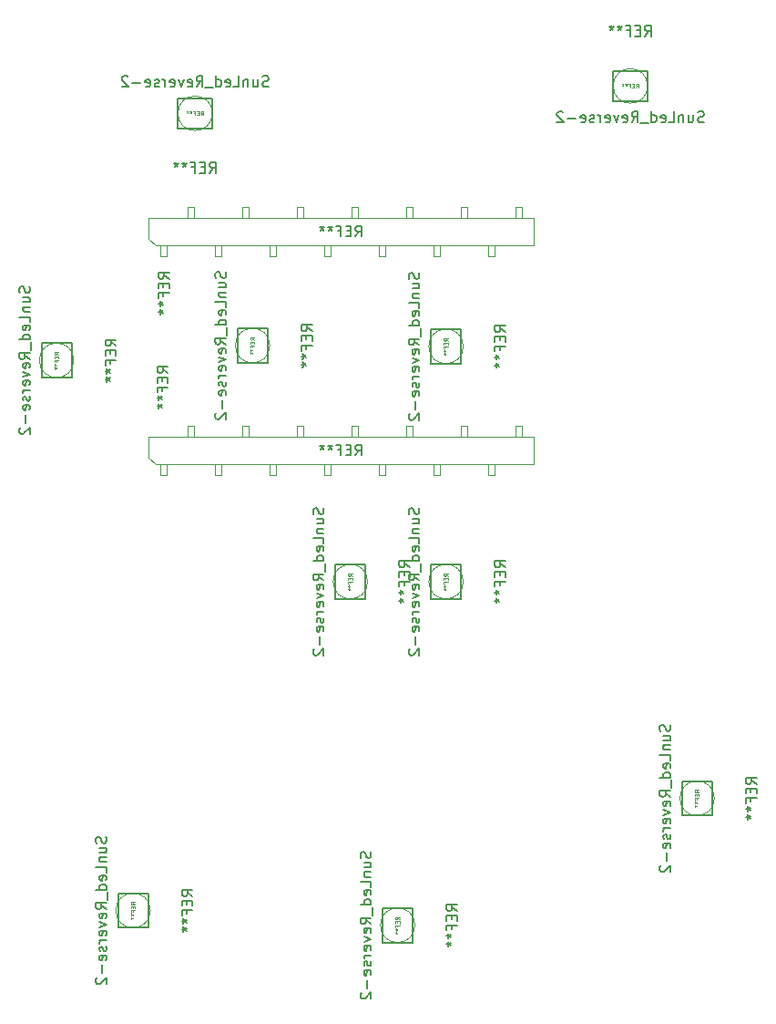
<source format=gbr>
G04 #@! TF.GenerationSoftware,KiCad,Pcbnew,6.0.0-rc1-unknown-73a0cbf~66~ubuntu16.04.1*
G04 #@! TF.CreationDate,2019-02-06T09:24:36-07:00
G04 #@! TF.ProjectId,001,3030312e-6b69-4636-9164-5f7063625858,rev?*
G04 #@! TF.SameCoordinates,Original*
G04 #@! TF.FileFunction,Other,Fab,Bot*
%FSLAX46Y46*%
G04 Gerber Fmt 4.6, Leading zero omitted, Abs format (unit mm)*
G04 Created by KiCad (PCBNEW 6.0.0-rc1-unknown-73a0cbf~66~ubuntu16.04.1) date 2019-02-06 09:24:36*
%MOMM*%
%LPD*%
G04 APERTURE LIST*
%ADD10C,0.100000*%
%ADD11C,0.150000*%
G04 APERTURE END LIST*
D10*
X144424200Y-131267200D02*
G75*
G03X144424200Y-131267200I-1600000J0D01*
G01*
D11*
X141427200Y-132867400D02*
X141427200Y-129667400D01*
X144227200Y-129667400D02*
X141427200Y-129667400D01*
X144227200Y-132867400D02*
X141427200Y-132867400D01*
X144227200Y-132867400D02*
X144227200Y-129667400D01*
D10*
X119837000Y-129895600D02*
G75*
G03X119837000Y-129895600I-1600000J0D01*
G01*
D11*
X116840000Y-131495800D02*
X116840000Y-128295800D01*
X119640000Y-128295800D02*
X116840000Y-128295800D01*
X119640000Y-131495800D02*
X116840000Y-131495800D01*
X119640000Y-131495800D02*
X119640000Y-128295800D01*
X148723000Y-100965000D02*
X148723000Y-97765000D01*
X148723000Y-100965000D02*
X145923000Y-100965000D01*
X148723000Y-97765000D02*
X145923000Y-97765000D01*
X145923000Y-100965000D02*
X145923000Y-97765000D01*
D10*
X148920000Y-99364800D02*
G75*
G03X148920000Y-99364800I-1600000J0D01*
G01*
X140030000Y-99364800D02*
G75*
G03X140030000Y-99364800I-1600000J0D01*
G01*
D11*
X137033000Y-100965000D02*
X137033000Y-97765000D01*
X139833000Y-97765000D02*
X137033000Y-97765000D01*
X139833000Y-100965000D02*
X137033000Y-100965000D01*
X139833000Y-100965000D02*
X139833000Y-97765000D01*
D10*
X112725000Y-78816200D02*
G75*
G03X112725000Y-78816200I-1600000J0D01*
G01*
D11*
X109728000Y-80416400D02*
X109728000Y-77216400D01*
X112528000Y-77216400D02*
X109728000Y-77216400D01*
X112528000Y-80416400D02*
X109728000Y-80416400D01*
X112528000Y-80416400D02*
X112528000Y-77216400D01*
D10*
X148920000Y-77520800D02*
G75*
G03X148920000Y-77520800I-1600000J0D01*
G01*
D11*
X145923000Y-79121000D02*
X145923000Y-75921000D01*
X148723000Y-75921000D02*
X145923000Y-75921000D01*
X148723000Y-79121000D02*
X145923000Y-79121000D01*
X148723000Y-79121000D02*
X148723000Y-75921000D01*
D10*
X130936800Y-77444600D02*
G75*
G03X130936800Y-77444600I-1600000J0D01*
G01*
D11*
X127939800Y-79044800D02*
X127939800Y-75844800D01*
X130739800Y-75844800D02*
X127939800Y-75844800D01*
X130739800Y-79044800D02*
X127939800Y-79044800D01*
X130739800Y-79044800D02*
X130739800Y-75844800D01*
D10*
X125602800Y-55880000D02*
G75*
G03X125602800Y-55880000I-1600000J0D01*
G01*
D11*
X122402600Y-54483000D02*
X125602600Y-54483000D01*
X125602600Y-57283000D02*
X125602600Y-54483000D01*
X122402600Y-57283000D02*
X122402600Y-54483000D01*
X122402600Y-57283000D02*
X125602600Y-57283000D01*
X172065600Y-121081800D02*
X172065600Y-117881800D01*
X172065600Y-121081800D02*
X169265600Y-121081800D01*
X172065600Y-117881800D02*
X169265600Y-117881800D01*
X169265600Y-121081800D02*
X169265600Y-117881800D01*
D10*
X172262600Y-119481600D02*
G75*
G03X172262600Y-119481600I-1600000J0D01*
G01*
D11*
X166065200Y-51937000D02*
X162865200Y-51937000D01*
X166065200Y-51937000D02*
X166065200Y-54737000D01*
X162865200Y-51937000D02*
X162865200Y-54737000D01*
X166065200Y-54737000D02*
X162865200Y-54737000D01*
D10*
X166065000Y-53340000D02*
G75*
G03X166065000Y-53340000I-1600000J0D01*
G01*
X119686400Y-65607096D02*
X119686400Y-67512096D01*
X119686400Y-67512096D02*
X120321400Y-68147096D01*
X120321400Y-68147096D02*
X155446400Y-68147096D01*
X155446400Y-68147096D02*
X155446400Y-65607096D01*
X155446400Y-65607096D02*
X119686400Y-65607096D01*
X120756400Y-68147096D02*
X120756400Y-69147096D01*
X120756400Y-69147096D02*
X121356400Y-69147096D01*
X121356400Y-69147096D02*
X121356400Y-68147096D01*
X123296400Y-64607096D02*
X123296400Y-65607096D01*
X123896400Y-65607096D02*
X123896400Y-64607096D01*
X123896400Y-64607096D02*
X123296400Y-64607096D01*
X125836400Y-68147096D02*
X125836400Y-69147096D01*
X125836400Y-69147096D02*
X126436400Y-69147096D01*
X126436400Y-69147096D02*
X126436400Y-68147096D01*
X128376400Y-64607096D02*
X128376400Y-65607096D01*
X128976400Y-65607096D02*
X128976400Y-64607096D01*
X128976400Y-64607096D02*
X128376400Y-64607096D01*
X130916400Y-68147096D02*
X130916400Y-69147096D01*
X130916400Y-69147096D02*
X131516400Y-69147096D01*
X131516400Y-69147096D02*
X131516400Y-68147096D01*
X133456400Y-64607096D02*
X133456400Y-65607096D01*
X134056400Y-65607096D02*
X134056400Y-64607096D01*
X134056400Y-64607096D02*
X133456400Y-64607096D01*
X135996400Y-68147096D02*
X135996400Y-69147096D01*
X135996400Y-69147096D02*
X136596400Y-69147096D01*
X136596400Y-69147096D02*
X136596400Y-68147096D01*
X138536400Y-64607096D02*
X138536400Y-65607096D01*
X139136400Y-65607096D02*
X139136400Y-64607096D01*
X139136400Y-64607096D02*
X138536400Y-64607096D01*
X141076400Y-68147096D02*
X141076400Y-69147096D01*
X141076400Y-69147096D02*
X141676400Y-69147096D01*
X141676400Y-69147096D02*
X141676400Y-68147096D01*
X143616400Y-64607096D02*
X143616400Y-65607096D01*
X144216400Y-65607096D02*
X144216400Y-64607096D01*
X144216400Y-64607096D02*
X143616400Y-64607096D01*
X146156400Y-68147096D02*
X146156400Y-69147096D01*
X146156400Y-69147096D02*
X146756400Y-69147096D01*
X146756400Y-69147096D02*
X146756400Y-68147096D01*
X148696400Y-64607096D02*
X148696400Y-65607096D01*
X149296400Y-65607096D02*
X149296400Y-64607096D01*
X149296400Y-64607096D02*
X148696400Y-64607096D01*
X151236400Y-68147096D02*
X151236400Y-69147096D01*
X151236400Y-69147096D02*
X151836400Y-69147096D01*
X151836400Y-69147096D02*
X151836400Y-68147096D01*
X153776400Y-64607096D02*
X153776400Y-65607096D01*
X154376400Y-65607096D02*
X154376400Y-64607096D01*
X154376400Y-64607096D02*
X153776400Y-64607096D01*
X154376400Y-84927096D02*
X153776400Y-84927096D01*
X154376400Y-85927096D02*
X154376400Y-84927096D01*
X153776400Y-84927096D02*
X153776400Y-85927096D01*
X151836400Y-89467096D02*
X151836400Y-88467096D01*
X151236400Y-89467096D02*
X151836400Y-89467096D01*
X151236400Y-88467096D02*
X151236400Y-89467096D01*
X149296400Y-84927096D02*
X148696400Y-84927096D01*
X149296400Y-85927096D02*
X149296400Y-84927096D01*
X148696400Y-84927096D02*
X148696400Y-85927096D01*
X146756400Y-89467096D02*
X146756400Y-88467096D01*
X146156400Y-89467096D02*
X146756400Y-89467096D01*
X146156400Y-88467096D02*
X146156400Y-89467096D01*
X144216400Y-84927096D02*
X143616400Y-84927096D01*
X144216400Y-85927096D02*
X144216400Y-84927096D01*
X143616400Y-84927096D02*
X143616400Y-85927096D01*
X141676400Y-89467096D02*
X141676400Y-88467096D01*
X141076400Y-89467096D02*
X141676400Y-89467096D01*
X141076400Y-88467096D02*
X141076400Y-89467096D01*
X139136400Y-84927096D02*
X138536400Y-84927096D01*
X139136400Y-85927096D02*
X139136400Y-84927096D01*
X138536400Y-84927096D02*
X138536400Y-85927096D01*
X136596400Y-89467096D02*
X136596400Y-88467096D01*
X135996400Y-89467096D02*
X136596400Y-89467096D01*
X135996400Y-88467096D02*
X135996400Y-89467096D01*
X134056400Y-84927096D02*
X133456400Y-84927096D01*
X134056400Y-85927096D02*
X134056400Y-84927096D01*
X133456400Y-84927096D02*
X133456400Y-85927096D01*
X131516400Y-89467096D02*
X131516400Y-88467096D01*
X130916400Y-89467096D02*
X131516400Y-89467096D01*
X130916400Y-88467096D02*
X130916400Y-89467096D01*
X128976400Y-84927096D02*
X128376400Y-84927096D01*
X128976400Y-85927096D02*
X128976400Y-84927096D01*
X128376400Y-84927096D02*
X128376400Y-85927096D01*
X126436400Y-89467096D02*
X126436400Y-88467096D01*
X125836400Y-89467096D02*
X126436400Y-89467096D01*
X125836400Y-88467096D02*
X125836400Y-89467096D01*
X123896400Y-84927096D02*
X123296400Y-84927096D01*
X123896400Y-85927096D02*
X123896400Y-84927096D01*
X123296400Y-84927096D02*
X123296400Y-85927096D01*
X121356400Y-89467096D02*
X121356400Y-88467096D01*
X120756400Y-89467096D02*
X121356400Y-89467096D01*
X120756400Y-88467096D02*
X120756400Y-89467096D01*
X155446400Y-85927096D02*
X119686400Y-85927096D01*
X155446400Y-88467096D02*
X155446400Y-85927096D01*
X120321400Y-88467096D02*
X155446400Y-88467096D01*
X119686400Y-87832096D02*
X120321400Y-88467096D01*
X119686400Y-85927096D02*
X119686400Y-87832096D01*
D11*
X148356580Y-129933866D02*
X147880390Y-129600533D01*
X148356580Y-129362438D02*
X147356580Y-129362438D01*
X147356580Y-129743390D01*
X147404200Y-129838628D01*
X147451819Y-129886247D01*
X147547057Y-129933866D01*
X147689914Y-129933866D01*
X147785152Y-129886247D01*
X147832771Y-129838628D01*
X147880390Y-129743390D01*
X147880390Y-129362438D01*
X147832771Y-130362438D02*
X147832771Y-130695771D01*
X148356580Y-130838628D02*
X148356580Y-130362438D01*
X147356580Y-130362438D01*
X147356580Y-130838628D01*
X147832771Y-131600533D02*
X147832771Y-131267200D01*
X148356580Y-131267200D02*
X147356580Y-131267200D01*
X147356580Y-131743390D01*
X147356580Y-132267200D02*
X147594676Y-132267200D01*
X147499438Y-132029104D02*
X147594676Y-132267200D01*
X147499438Y-132505295D01*
X147785152Y-132124342D02*
X147594676Y-132267200D01*
X147785152Y-132410057D01*
X147356580Y-133029104D02*
X147594676Y-133029104D01*
X147499438Y-132791009D02*
X147594676Y-133029104D01*
X147499438Y-133267200D01*
X147785152Y-132886247D02*
X147594676Y-133029104D01*
X147785152Y-133171961D01*
X140307961Y-124433866D02*
X140355580Y-124576723D01*
X140355580Y-124814819D01*
X140307961Y-124910057D01*
X140260342Y-124957676D01*
X140165104Y-125005295D01*
X140069866Y-125005295D01*
X139974628Y-124957676D01*
X139927009Y-124910057D01*
X139879390Y-124814819D01*
X139831771Y-124624342D01*
X139784152Y-124529104D01*
X139736533Y-124481485D01*
X139641295Y-124433866D01*
X139546057Y-124433866D01*
X139450819Y-124481485D01*
X139403200Y-124529104D01*
X139355580Y-124624342D01*
X139355580Y-124862438D01*
X139403200Y-125005295D01*
X139688914Y-125862438D02*
X140355580Y-125862438D01*
X139688914Y-125433866D02*
X140212723Y-125433866D01*
X140307961Y-125481485D01*
X140355580Y-125576723D01*
X140355580Y-125719580D01*
X140307961Y-125814819D01*
X140260342Y-125862438D01*
X139688914Y-126338628D02*
X140355580Y-126338628D01*
X139784152Y-126338628D02*
X139736533Y-126386247D01*
X139688914Y-126481485D01*
X139688914Y-126624342D01*
X139736533Y-126719580D01*
X139831771Y-126767200D01*
X140355580Y-126767200D01*
X140355580Y-127719580D02*
X140355580Y-127243390D01*
X139355580Y-127243390D01*
X140307961Y-128433866D02*
X140355580Y-128338628D01*
X140355580Y-128148152D01*
X140307961Y-128052914D01*
X140212723Y-128005295D01*
X139831771Y-128005295D01*
X139736533Y-128052914D01*
X139688914Y-128148152D01*
X139688914Y-128338628D01*
X139736533Y-128433866D01*
X139831771Y-128481485D01*
X139927009Y-128481485D01*
X140022247Y-128005295D01*
X140355580Y-129338628D02*
X139355580Y-129338628D01*
X140307961Y-129338628D02*
X140355580Y-129243390D01*
X140355580Y-129052914D01*
X140307961Y-128957676D01*
X140260342Y-128910057D01*
X140165104Y-128862438D01*
X139879390Y-128862438D01*
X139784152Y-128910057D01*
X139736533Y-128957676D01*
X139688914Y-129052914D01*
X139688914Y-129243390D01*
X139736533Y-129338628D01*
X140450819Y-129576723D02*
X140450819Y-130338628D01*
X140355580Y-131148152D02*
X139879390Y-130814819D01*
X140355580Y-130576723D02*
X139355580Y-130576723D01*
X139355580Y-130957676D01*
X139403200Y-131052914D01*
X139450819Y-131100533D01*
X139546057Y-131148152D01*
X139688914Y-131148152D01*
X139784152Y-131100533D01*
X139831771Y-131052914D01*
X139879390Y-130957676D01*
X139879390Y-130576723D01*
X140307961Y-131957676D02*
X140355580Y-131862438D01*
X140355580Y-131671961D01*
X140307961Y-131576723D01*
X140212723Y-131529104D01*
X139831771Y-131529104D01*
X139736533Y-131576723D01*
X139688914Y-131671961D01*
X139688914Y-131862438D01*
X139736533Y-131957676D01*
X139831771Y-132005295D01*
X139927009Y-132005295D01*
X140022247Y-131529104D01*
X139688914Y-132338628D02*
X140355580Y-132576723D01*
X139688914Y-132814819D01*
X140307961Y-133576723D02*
X140355580Y-133481485D01*
X140355580Y-133291009D01*
X140307961Y-133195771D01*
X140212723Y-133148152D01*
X139831771Y-133148152D01*
X139736533Y-133195771D01*
X139688914Y-133291009D01*
X139688914Y-133481485D01*
X139736533Y-133576723D01*
X139831771Y-133624342D01*
X139927009Y-133624342D01*
X140022247Y-133148152D01*
X140355580Y-134052914D02*
X139688914Y-134052914D01*
X139879390Y-134052914D02*
X139784152Y-134100533D01*
X139736533Y-134148152D01*
X139688914Y-134243390D01*
X139688914Y-134338628D01*
X140307961Y-134624342D02*
X140355580Y-134719580D01*
X140355580Y-134910057D01*
X140307961Y-135005295D01*
X140212723Y-135052914D01*
X140165104Y-135052914D01*
X140069866Y-135005295D01*
X140022247Y-134910057D01*
X140022247Y-134767200D01*
X139974628Y-134671961D01*
X139879390Y-134624342D01*
X139831771Y-134624342D01*
X139736533Y-134671961D01*
X139688914Y-134767200D01*
X139688914Y-134910057D01*
X139736533Y-135005295D01*
X140307961Y-135862438D02*
X140355580Y-135767200D01*
X140355580Y-135576723D01*
X140307961Y-135481485D01*
X140212723Y-135433866D01*
X139831771Y-135433866D01*
X139736533Y-135481485D01*
X139688914Y-135576723D01*
X139688914Y-135767200D01*
X139736533Y-135862438D01*
X139831771Y-135910057D01*
X139927009Y-135910057D01*
X140022247Y-135433866D01*
X139974628Y-136338628D02*
X139974628Y-137100533D01*
X139450819Y-137529104D02*
X139403200Y-137576723D01*
X139355580Y-137671961D01*
X139355580Y-137910057D01*
X139403200Y-138005295D01*
X139450819Y-138052914D01*
X139546057Y-138100533D01*
X139641295Y-138100533D01*
X139784152Y-138052914D01*
X140355580Y-137481485D01*
X140355580Y-138100533D01*
D10*
X143005152Y-130733866D02*
X142814676Y-130600533D01*
X143005152Y-130505295D02*
X142605152Y-130505295D01*
X142605152Y-130657676D01*
X142624200Y-130695771D01*
X142643247Y-130714819D01*
X142681342Y-130733866D01*
X142738485Y-130733866D01*
X142776580Y-130714819D01*
X142795628Y-130695771D01*
X142814676Y-130657676D01*
X142814676Y-130505295D01*
X142795628Y-130905295D02*
X142795628Y-131038628D01*
X143005152Y-131095771D02*
X143005152Y-130905295D01*
X142605152Y-130905295D01*
X142605152Y-131095771D01*
X142795628Y-131400533D02*
X142795628Y-131267200D01*
X143005152Y-131267200D02*
X142605152Y-131267200D01*
X142605152Y-131457676D01*
X142605152Y-131667200D02*
X142700390Y-131667200D01*
X142662295Y-131571961D02*
X142700390Y-131667200D01*
X142662295Y-131762438D01*
X142776580Y-131610057D02*
X142700390Y-131667200D01*
X142776580Y-131724342D01*
X142605152Y-131971961D02*
X142700390Y-131971961D01*
X142662295Y-131876723D02*
X142700390Y-131971961D01*
X142662295Y-132067200D01*
X142776580Y-131914819D02*
X142700390Y-131971961D01*
X142776580Y-132029104D01*
D11*
X123769380Y-128562266D02*
X123293190Y-128228933D01*
X123769380Y-127990838D02*
X122769380Y-127990838D01*
X122769380Y-128371790D01*
X122817000Y-128467028D01*
X122864619Y-128514647D01*
X122959857Y-128562266D01*
X123102714Y-128562266D01*
X123197952Y-128514647D01*
X123245571Y-128467028D01*
X123293190Y-128371790D01*
X123293190Y-127990838D01*
X123245571Y-128990838D02*
X123245571Y-129324171D01*
X123769380Y-129467028D02*
X123769380Y-128990838D01*
X122769380Y-128990838D01*
X122769380Y-129467028D01*
X123245571Y-130228933D02*
X123245571Y-129895600D01*
X123769380Y-129895600D02*
X122769380Y-129895600D01*
X122769380Y-130371790D01*
X122769380Y-130895600D02*
X123007476Y-130895600D01*
X122912238Y-130657504D02*
X123007476Y-130895600D01*
X122912238Y-131133695D01*
X123197952Y-130752742D02*
X123007476Y-130895600D01*
X123197952Y-131038457D01*
X122769380Y-131657504D02*
X123007476Y-131657504D01*
X122912238Y-131419409D02*
X123007476Y-131657504D01*
X122912238Y-131895600D01*
X123197952Y-131514647D02*
X123007476Y-131657504D01*
X123197952Y-131800361D01*
X115720761Y-123062266D02*
X115768380Y-123205123D01*
X115768380Y-123443219D01*
X115720761Y-123538457D01*
X115673142Y-123586076D01*
X115577904Y-123633695D01*
X115482666Y-123633695D01*
X115387428Y-123586076D01*
X115339809Y-123538457D01*
X115292190Y-123443219D01*
X115244571Y-123252742D01*
X115196952Y-123157504D01*
X115149333Y-123109885D01*
X115054095Y-123062266D01*
X114958857Y-123062266D01*
X114863619Y-123109885D01*
X114816000Y-123157504D01*
X114768380Y-123252742D01*
X114768380Y-123490838D01*
X114816000Y-123633695D01*
X115101714Y-124490838D02*
X115768380Y-124490838D01*
X115101714Y-124062266D02*
X115625523Y-124062266D01*
X115720761Y-124109885D01*
X115768380Y-124205123D01*
X115768380Y-124347980D01*
X115720761Y-124443219D01*
X115673142Y-124490838D01*
X115101714Y-124967028D02*
X115768380Y-124967028D01*
X115196952Y-124967028D02*
X115149333Y-125014647D01*
X115101714Y-125109885D01*
X115101714Y-125252742D01*
X115149333Y-125347980D01*
X115244571Y-125395600D01*
X115768380Y-125395600D01*
X115768380Y-126347980D02*
X115768380Y-125871790D01*
X114768380Y-125871790D01*
X115720761Y-127062266D02*
X115768380Y-126967028D01*
X115768380Y-126776552D01*
X115720761Y-126681314D01*
X115625523Y-126633695D01*
X115244571Y-126633695D01*
X115149333Y-126681314D01*
X115101714Y-126776552D01*
X115101714Y-126967028D01*
X115149333Y-127062266D01*
X115244571Y-127109885D01*
X115339809Y-127109885D01*
X115435047Y-126633695D01*
X115768380Y-127967028D02*
X114768380Y-127967028D01*
X115720761Y-127967028D02*
X115768380Y-127871790D01*
X115768380Y-127681314D01*
X115720761Y-127586076D01*
X115673142Y-127538457D01*
X115577904Y-127490838D01*
X115292190Y-127490838D01*
X115196952Y-127538457D01*
X115149333Y-127586076D01*
X115101714Y-127681314D01*
X115101714Y-127871790D01*
X115149333Y-127967028D01*
X115863619Y-128205123D02*
X115863619Y-128967028D01*
X115768380Y-129776552D02*
X115292190Y-129443219D01*
X115768380Y-129205123D02*
X114768380Y-129205123D01*
X114768380Y-129586076D01*
X114816000Y-129681314D01*
X114863619Y-129728933D01*
X114958857Y-129776552D01*
X115101714Y-129776552D01*
X115196952Y-129728933D01*
X115244571Y-129681314D01*
X115292190Y-129586076D01*
X115292190Y-129205123D01*
X115720761Y-130586076D02*
X115768380Y-130490838D01*
X115768380Y-130300361D01*
X115720761Y-130205123D01*
X115625523Y-130157504D01*
X115244571Y-130157504D01*
X115149333Y-130205123D01*
X115101714Y-130300361D01*
X115101714Y-130490838D01*
X115149333Y-130586076D01*
X115244571Y-130633695D01*
X115339809Y-130633695D01*
X115435047Y-130157504D01*
X115101714Y-130967028D02*
X115768380Y-131205123D01*
X115101714Y-131443219D01*
X115720761Y-132205123D02*
X115768380Y-132109885D01*
X115768380Y-131919409D01*
X115720761Y-131824171D01*
X115625523Y-131776552D01*
X115244571Y-131776552D01*
X115149333Y-131824171D01*
X115101714Y-131919409D01*
X115101714Y-132109885D01*
X115149333Y-132205123D01*
X115244571Y-132252742D01*
X115339809Y-132252742D01*
X115435047Y-131776552D01*
X115768380Y-132681314D02*
X115101714Y-132681314D01*
X115292190Y-132681314D02*
X115196952Y-132728933D01*
X115149333Y-132776552D01*
X115101714Y-132871790D01*
X115101714Y-132967028D01*
X115720761Y-133252742D02*
X115768380Y-133347980D01*
X115768380Y-133538457D01*
X115720761Y-133633695D01*
X115625523Y-133681314D01*
X115577904Y-133681314D01*
X115482666Y-133633695D01*
X115435047Y-133538457D01*
X115435047Y-133395600D01*
X115387428Y-133300361D01*
X115292190Y-133252742D01*
X115244571Y-133252742D01*
X115149333Y-133300361D01*
X115101714Y-133395600D01*
X115101714Y-133538457D01*
X115149333Y-133633695D01*
X115720761Y-134490838D02*
X115768380Y-134395600D01*
X115768380Y-134205123D01*
X115720761Y-134109885D01*
X115625523Y-134062266D01*
X115244571Y-134062266D01*
X115149333Y-134109885D01*
X115101714Y-134205123D01*
X115101714Y-134395600D01*
X115149333Y-134490838D01*
X115244571Y-134538457D01*
X115339809Y-134538457D01*
X115435047Y-134062266D01*
X115387428Y-134967028D02*
X115387428Y-135728933D01*
X114863619Y-136157504D02*
X114816000Y-136205123D01*
X114768380Y-136300361D01*
X114768380Y-136538457D01*
X114816000Y-136633695D01*
X114863619Y-136681314D01*
X114958857Y-136728933D01*
X115054095Y-136728933D01*
X115196952Y-136681314D01*
X115768380Y-136109885D01*
X115768380Y-136728933D01*
D10*
X118417952Y-129362266D02*
X118227476Y-129228933D01*
X118417952Y-129133695D02*
X118017952Y-129133695D01*
X118017952Y-129286076D01*
X118037000Y-129324171D01*
X118056047Y-129343219D01*
X118094142Y-129362266D01*
X118151285Y-129362266D01*
X118189380Y-129343219D01*
X118208428Y-129324171D01*
X118227476Y-129286076D01*
X118227476Y-129133695D01*
X118208428Y-129533695D02*
X118208428Y-129667028D01*
X118417952Y-129724171D02*
X118417952Y-129533695D01*
X118017952Y-129533695D01*
X118017952Y-129724171D01*
X118208428Y-130028933D02*
X118208428Y-129895600D01*
X118417952Y-129895600D02*
X118017952Y-129895600D01*
X118017952Y-130086076D01*
X118017952Y-130295600D02*
X118113190Y-130295600D01*
X118075095Y-130200361D02*
X118113190Y-130295600D01*
X118075095Y-130390838D01*
X118189380Y-130238457D02*
X118113190Y-130295600D01*
X118189380Y-130352742D01*
X118017952Y-130600361D02*
X118113190Y-130600361D01*
X118075095Y-130505123D02*
X118113190Y-130600361D01*
X118075095Y-130695600D01*
X118189380Y-130543219D02*
X118113190Y-130600361D01*
X118189380Y-130657504D01*
D11*
X152852380Y-98031466D02*
X152376190Y-97698133D01*
X152852380Y-97460038D02*
X151852380Y-97460038D01*
X151852380Y-97840990D01*
X151900000Y-97936228D01*
X151947619Y-97983847D01*
X152042857Y-98031466D01*
X152185714Y-98031466D01*
X152280952Y-97983847D01*
X152328571Y-97936228D01*
X152376190Y-97840990D01*
X152376190Y-97460038D01*
X152328571Y-98460038D02*
X152328571Y-98793371D01*
X152852380Y-98936228D02*
X152852380Y-98460038D01*
X151852380Y-98460038D01*
X151852380Y-98936228D01*
X152328571Y-99698133D02*
X152328571Y-99364800D01*
X152852380Y-99364800D02*
X151852380Y-99364800D01*
X151852380Y-99840990D01*
X151852380Y-100364800D02*
X152090476Y-100364800D01*
X151995238Y-100126704D02*
X152090476Y-100364800D01*
X151995238Y-100602895D01*
X152280952Y-100221942D02*
X152090476Y-100364800D01*
X152280952Y-100507657D01*
X151852380Y-101126704D02*
X152090476Y-101126704D01*
X151995238Y-100888609D02*
X152090476Y-101126704D01*
X151995238Y-101364800D01*
X152280952Y-100983847D02*
X152090476Y-101126704D01*
X152280952Y-101269561D01*
X144803761Y-92531466D02*
X144851380Y-92674323D01*
X144851380Y-92912419D01*
X144803761Y-93007657D01*
X144756142Y-93055276D01*
X144660904Y-93102895D01*
X144565666Y-93102895D01*
X144470428Y-93055276D01*
X144422809Y-93007657D01*
X144375190Y-92912419D01*
X144327571Y-92721942D01*
X144279952Y-92626704D01*
X144232333Y-92579085D01*
X144137095Y-92531466D01*
X144041857Y-92531466D01*
X143946619Y-92579085D01*
X143899000Y-92626704D01*
X143851380Y-92721942D01*
X143851380Y-92960038D01*
X143899000Y-93102895D01*
X144184714Y-93960038D02*
X144851380Y-93960038D01*
X144184714Y-93531466D02*
X144708523Y-93531466D01*
X144803761Y-93579085D01*
X144851380Y-93674323D01*
X144851380Y-93817180D01*
X144803761Y-93912419D01*
X144756142Y-93960038D01*
X144184714Y-94436228D02*
X144851380Y-94436228D01*
X144279952Y-94436228D02*
X144232333Y-94483847D01*
X144184714Y-94579085D01*
X144184714Y-94721942D01*
X144232333Y-94817180D01*
X144327571Y-94864800D01*
X144851380Y-94864800D01*
X144851380Y-95817180D02*
X144851380Y-95340990D01*
X143851380Y-95340990D01*
X144803761Y-96531466D02*
X144851380Y-96436228D01*
X144851380Y-96245752D01*
X144803761Y-96150514D01*
X144708523Y-96102895D01*
X144327571Y-96102895D01*
X144232333Y-96150514D01*
X144184714Y-96245752D01*
X144184714Y-96436228D01*
X144232333Y-96531466D01*
X144327571Y-96579085D01*
X144422809Y-96579085D01*
X144518047Y-96102895D01*
X144851380Y-97436228D02*
X143851380Y-97436228D01*
X144803761Y-97436228D02*
X144851380Y-97340990D01*
X144851380Y-97150514D01*
X144803761Y-97055276D01*
X144756142Y-97007657D01*
X144660904Y-96960038D01*
X144375190Y-96960038D01*
X144279952Y-97007657D01*
X144232333Y-97055276D01*
X144184714Y-97150514D01*
X144184714Y-97340990D01*
X144232333Y-97436228D01*
X144946619Y-97674323D02*
X144946619Y-98436228D01*
X144851380Y-99245752D02*
X144375190Y-98912419D01*
X144851380Y-98674323D02*
X143851380Y-98674323D01*
X143851380Y-99055276D01*
X143899000Y-99150514D01*
X143946619Y-99198133D01*
X144041857Y-99245752D01*
X144184714Y-99245752D01*
X144279952Y-99198133D01*
X144327571Y-99150514D01*
X144375190Y-99055276D01*
X144375190Y-98674323D01*
X144803761Y-100055276D02*
X144851380Y-99960038D01*
X144851380Y-99769561D01*
X144803761Y-99674323D01*
X144708523Y-99626704D01*
X144327571Y-99626704D01*
X144232333Y-99674323D01*
X144184714Y-99769561D01*
X144184714Y-99960038D01*
X144232333Y-100055276D01*
X144327571Y-100102895D01*
X144422809Y-100102895D01*
X144518047Y-99626704D01*
X144184714Y-100436228D02*
X144851380Y-100674323D01*
X144184714Y-100912419D01*
X144803761Y-101674323D02*
X144851380Y-101579085D01*
X144851380Y-101388609D01*
X144803761Y-101293371D01*
X144708523Y-101245752D01*
X144327571Y-101245752D01*
X144232333Y-101293371D01*
X144184714Y-101388609D01*
X144184714Y-101579085D01*
X144232333Y-101674323D01*
X144327571Y-101721942D01*
X144422809Y-101721942D01*
X144518047Y-101245752D01*
X144851380Y-102150514D02*
X144184714Y-102150514D01*
X144375190Y-102150514D02*
X144279952Y-102198133D01*
X144232333Y-102245752D01*
X144184714Y-102340990D01*
X144184714Y-102436228D01*
X144803761Y-102721942D02*
X144851380Y-102817180D01*
X144851380Y-103007657D01*
X144803761Y-103102895D01*
X144708523Y-103150514D01*
X144660904Y-103150514D01*
X144565666Y-103102895D01*
X144518047Y-103007657D01*
X144518047Y-102864800D01*
X144470428Y-102769561D01*
X144375190Y-102721942D01*
X144327571Y-102721942D01*
X144232333Y-102769561D01*
X144184714Y-102864800D01*
X144184714Y-103007657D01*
X144232333Y-103102895D01*
X144803761Y-103960038D02*
X144851380Y-103864800D01*
X144851380Y-103674323D01*
X144803761Y-103579085D01*
X144708523Y-103531466D01*
X144327571Y-103531466D01*
X144232333Y-103579085D01*
X144184714Y-103674323D01*
X144184714Y-103864800D01*
X144232333Y-103960038D01*
X144327571Y-104007657D01*
X144422809Y-104007657D01*
X144518047Y-103531466D01*
X144470428Y-104436228D02*
X144470428Y-105198133D01*
X143946619Y-105626704D02*
X143899000Y-105674323D01*
X143851380Y-105769561D01*
X143851380Y-106007657D01*
X143899000Y-106102895D01*
X143946619Y-106150514D01*
X144041857Y-106198133D01*
X144137095Y-106198133D01*
X144279952Y-106150514D01*
X144851380Y-105579085D01*
X144851380Y-106198133D01*
D10*
X147500952Y-98831466D02*
X147310476Y-98698133D01*
X147500952Y-98602895D02*
X147100952Y-98602895D01*
X147100952Y-98755276D01*
X147120000Y-98793371D01*
X147139047Y-98812419D01*
X147177142Y-98831466D01*
X147234285Y-98831466D01*
X147272380Y-98812419D01*
X147291428Y-98793371D01*
X147310476Y-98755276D01*
X147310476Y-98602895D01*
X147291428Y-99002895D02*
X147291428Y-99136228D01*
X147500952Y-99193371D02*
X147500952Y-99002895D01*
X147100952Y-99002895D01*
X147100952Y-99193371D01*
X147291428Y-99498133D02*
X147291428Y-99364800D01*
X147500952Y-99364800D02*
X147100952Y-99364800D01*
X147100952Y-99555276D01*
X147100952Y-99764800D02*
X147196190Y-99764800D01*
X147158095Y-99669561D02*
X147196190Y-99764800D01*
X147158095Y-99860038D01*
X147272380Y-99707657D02*
X147196190Y-99764800D01*
X147272380Y-99821942D01*
X147100952Y-100069561D02*
X147196190Y-100069561D01*
X147158095Y-99974323D02*
X147196190Y-100069561D01*
X147158095Y-100164800D01*
X147272380Y-100012419D02*
X147196190Y-100069561D01*
X147272380Y-100126704D01*
D11*
X143962380Y-98031466D02*
X143486190Y-97698133D01*
X143962380Y-97460038D02*
X142962380Y-97460038D01*
X142962380Y-97840990D01*
X143010000Y-97936228D01*
X143057619Y-97983847D01*
X143152857Y-98031466D01*
X143295714Y-98031466D01*
X143390952Y-97983847D01*
X143438571Y-97936228D01*
X143486190Y-97840990D01*
X143486190Y-97460038D01*
X143438571Y-98460038D02*
X143438571Y-98793371D01*
X143962380Y-98936228D02*
X143962380Y-98460038D01*
X142962380Y-98460038D01*
X142962380Y-98936228D01*
X143438571Y-99698133D02*
X143438571Y-99364800D01*
X143962380Y-99364800D02*
X142962380Y-99364800D01*
X142962380Y-99840990D01*
X142962380Y-100364800D02*
X143200476Y-100364800D01*
X143105238Y-100126704D02*
X143200476Y-100364800D01*
X143105238Y-100602895D01*
X143390952Y-100221942D02*
X143200476Y-100364800D01*
X143390952Y-100507657D01*
X142962380Y-101126704D02*
X143200476Y-101126704D01*
X143105238Y-100888609D02*
X143200476Y-101126704D01*
X143105238Y-101364800D01*
X143390952Y-100983847D02*
X143200476Y-101126704D01*
X143390952Y-101269561D01*
X135913761Y-92531466D02*
X135961380Y-92674323D01*
X135961380Y-92912419D01*
X135913761Y-93007657D01*
X135866142Y-93055276D01*
X135770904Y-93102895D01*
X135675666Y-93102895D01*
X135580428Y-93055276D01*
X135532809Y-93007657D01*
X135485190Y-92912419D01*
X135437571Y-92721942D01*
X135389952Y-92626704D01*
X135342333Y-92579085D01*
X135247095Y-92531466D01*
X135151857Y-92531466D01*
X135056619Y-92579085D01*
X135009000Y-92626704D01*
X134961380Y-92721942D01*
X134961380Y-92960038D01*
X135009000Y-93102895D01*
X135294714Y-93960038D02*
X135961380Y-93960038D01*
X135294714Y-93531466D02*
X135818523Y-93531466D01*
X135913761Y-93579085D01*
X135961380Y-93674323D01*
X135961380Y-93817180D01*
X135913761Y-93912419D01*
X135866142Y-93960038D01*
X135294714Y-94436228D02*
X135961380Y-94436228D01*
X135389952Y-94436228D02*
X135342333Y-94483847D01*
X135294714Y-94579085D01*
X135294714Y-94721942D01*
X135342333Y-94817180D01*
X135437571Y-94864800D01*
X135961380Y-94864800D01*
X135961380Y-95817180D02*
X135961380Y-95340990D01*
X134961380Y-95340990D01*
X135913761Y-96531466D02*
X135961380Y-96436228D01*
X135961380Y-96245752D01*
X135913761Y-96150514D01*
X135818523Y-96102895D01*
X135437571Y-96102895D01*
X135342333Y-96150514D01*
X135294714Y-96245752D01*
X135294714Y-96436228D01*
X135342333Y-96531466D01*
X135437571Y-96579085D01*
X135532809Y-96579085D01*
X135628047Y-96102895D01*
X135961380Y-97436228D02*
X134961380Y-97436228D01*
X135913761Y-97436228D02*
X135961380Y-97340990D01*
X135961380Y-97150514D01*
X135913761Y-97055276D01*
X135866142Y-97007657D01*
X135770904Y-96960038D01*
X135485190Y-96960038D01*
X135389952Y-97007657D01*
X135342333Y-97055276D01*
X135294714Y-97150514D01*
X135294714Y-97340990D01*
X135342333Y-97436228D01*
X136056619Y-97674323D02*
X136056619Y-98436228D01*
X135961380Y-99245752D02*
X135485190Y-98912419D01*
X135961380Y-98674323D02*
X134961380Y-98674323D01*
X134961380Y-99055276D01*
X135009000Y-99150514D01*
X135056619Y-99198133D01*
X135151857Y-99245752D01*
X135294714Y-99245752D01*
X135389952Y-99198133D01*
X135437571Y-99150514D01*
X135485190Y-99055276D01*
X135485190Y-98674323D01*
X135913761Y-100055276D02*
X135961380Y-99960038D01*
X135961380Y-99769561D01*
X135913761Y-99674323D01*
X135818523Y-99626704D01*
X135437571Y-99626704D01*
X135342333Y-99674323D01*
X135294714Y-99769561D01*
X135294714Y-99960038D01*
X135342333Y-100055276D01*
X135437571Y-100102895D01*
X135532809Y-100102895D01*
X135628047Y-99626704D01*
X135294714Y-100436228D02*
X135961380Y-100674323D01*
X135294714Y-100912419D01*
X135913761Y-101674323D02*
X135961380Y-101579085D01*
X135961380Y-101388609D01*
X135913761Y-101293371D01*
X135818523Y-101245752D01*
X135437571Y-101245752D01*
X135342333Y-101293371D01*
X135294714Y-101388609D01*
X135294714Y-101579085D01*
X135342333Y-101674323D01*
X135437571Y-101721942D01*
X135532809Y-101721942D01*
X135628047Y-101245752D01*
X135961380Y-102150514D02*
X135294714Y-102150514D01*
X135485190Y-102150514D02*
X135389952Y-102198133D01*
X135342333Y-102245752D01*
X135294714Y-102340990D01*
X135294714Y-102436228D01*
X135913761Y-102721942D02*
X135961380Y-102817180D01*
X135961380Y-103007657D01*
X135913761Y-103102895D01*
X135818523Y-103150514D01*
X135770904Y-103150514D01*
X135675666Y-103102895D01*
X135628047Y-103007657D01*
X135628047Y-102864800D01*
X135580428Y-102769561D01*
X135485190Y-102721942D01*
X135437571Y-102721942D01*
X135342333Y-102769561D01*
X135294714Y-102864800D01*
X135294714Y-103007657D01*
X135342333Y-103102895D01*
X135913761Y-103960038D02*
X135961380Y-103864800D01*
X135961380Y-103674323D01*
X135913761Y-103579085D01*
X135818523Y-103531466D01*
X135437571Y-103531466D01*
X135342333Y-103579085D01*
X135294714Y-103674323D01*
X135294714Y-103864800D01*
X135342333Y-103960038D01*
X135437571Y-104007657D01*
X135532809Y-104007657D01*
X135628047Y-103531466D01*
X135580428Y-104436228D02*
X135580428Y-105198133D01*
X135056619Y-105626704D02*
X135009000Y-105674323D01*
X134961380Y-105769561D01*
X134961380Y-106007657D01*
X135009000Y-106102895D01*
X135056619Y-106150514D01*
X135151857Y-106198133D01*
X135247095Y-106198133D01*
X135389952Y-106150514D01*
X135961380Y-105579085D01*
X135961380Y-106198133D01*
D10*
X138610952Y-98831466D02*
X138420476Y-98698133D01*
X138610952Y-98602895D02*
X138210952Y-98602895D01*
X138210952Y-98755276D01*
X138230000Y-98793371D01*
X138249047Y-98812419D01*
X138287142Y-98831466D01*
X138344285Y-98831466D01*
X138382380Y-98812419D01*
X138401428Y-98793371D01*
X138420476Y-98755276D01*
X138420476Y-98602895D01*
X138401428Y-99002895D02*
X138401428Y-99136228D01*
X138610952Y-99193371D02*
X138610952Y-99002895D01*
X138210952Y-99002895D01*
X138210952Y-99193371D01*
X138401428Y-99498133D02*
X138401428Y-99364800D01*
X138610952Y-99364800D02*
X138210952Y-99364800D01*
X138210952Y-99555276D01*
X138210952Y-99764800D02*
X138306190Y-99764800D01*
X138268095Y-99669561D02*
X138306190Y-99764800D01*
X138268095Y-99860038D01*
X138382380Y-99707657D02*
X138306190Y-99764800D01*
X138382380Y-99821942D01*
X138210952Y-100069561D02*
X138306190Y-100069561D01*
X138268095Y-99974323D02*
X138306190Y-100069561D01*
X138268095Y-100164800D01*
X138382380Y-100012419D02*
X138306190Y-100069561D01*
X138382380Y-100126704D01*
D11*
X116657380Y-77482866D02*
X116181190Y-77149533D01*
X116657380Y-76911438D02*
X115657380Y-76911438D01*
X115657380Y-77292390D01*
X115705000Y-77387628D01*
X115752619Y-77435247D01*
X115847857Y-77482866D01*
X115990714Y-77482866D01*
X116085952Y-77435247D01*
X116133571Y-77387628D01*
X116181190Y-77292390D01*
X116181190Y-76911438D01*
X116133571Y-77911438D02*
X116133571Y-78244771D01*
X116657380Y-78387628D02*
X116657380Y-77911438D01*
X115657380Y-77911438D01*
X115657380Y-78387628D01*
X116133571Y-79149533D02*
X116133571Y-78816200D01*
X116657380Y-78816200D02*
X115657380Y-78816200D01*
X115657380Y-79292390D01*
X115657380Y-79816200D02*
X115895476Y-79816200D01*
X115800238Y-79578104D02*
X115895476Y-79816200D01*
X115800238Y-80054295D01*
X116085952Y-79673342D02*
X115895476Y-79816200D01*
X116085952Y-79959057D01*
X115657380Y-80578104D02*
X115895476Y-80578104D01*
X115800238Y-80340009D02*
X115895476Y-80578104D01*
X115800238Y-80816200D01*
X116085952Y-80435247D02*
X115895476Y-80578104D01*
X116085952Y-80720961D01*
X108608761Y-71982866D02*
X108656380Y-72125723D01*
X108656380Y-72363819D01*
X108608761Y-72459057D01*
X108561142Y-72506676D01*
X108465904Y-72554295D01*
X108370666Y-72554295D01*
X108275428Y-72506676D01*
X108227809Y-72459057D01*
X108180190Y-72363819D01*
X108132571Y-72173342D01*
X108084952Y-72078104D01*
X108037333Y-72030485D01*
X107942095Y-71982866D01*
X107846857Y-71982866D01*
X107751619Y-72030485D01*
X107704000Y-72078104D01*
X107656380Y-72173342D01*
X107656380Y-72411438D01*
X107704000Y-72554295D01*
X107989714Y-73411438D02*
X108656380Y-73411438D01*
X107989714Y-72982866D02*
X108513523Y-72982866D01*
X108608761Y-73030485D01*
X108656380Y-73125723D01*
X108656380Y-73268580D01*
X108608761Y-73363819D01*
X108561142Y-73411438D01*
X107989714Y-73887628D02*
X108656380Y-73887628D01*
X108084952Y-73887628D02*
X108037333Y-73935247D01*
X107989714Y-74030485D01*
X107989714Y-74173342D01*
X108037333Y-74268580D01*
X108132571Y-74316200D01*
X108656380Y-74316200D01*
X108656380Y-75268580D02*
X108656380Y-74792390D01*
X107656380Y-74792390D01*
X108608761Y-75982866D02*
X108656380Y-75887628D01*
X108656380Y-75697152D01*
X108608761Y-75601914D01*
X108513523Y-75554295D01*
X108132571Y-75554295D01*
X108037333Y-75601914D01*
X107989714Y-75697152D01*
X107989714Y-75887628D01*
X108037333Y-75982866D01*
X108132571Y-76030485D01*
X108227809Y-76030485D01*
X108323047Y-75554295D01*
X108656380Y-76887628D02*
X107656380Y-76887628D01*
X108608761Y-76887628D02*
X108656380Y-76792390D01*
X108656380Y-76601914D01*
X108608761Y-76506676D01*
X108561142Y-76459057D01*
X108465904Y-76411438D01*
X108180190Y-76411438D01*
X108084952Y-76459057D01*
X108037333Y-76506676D01*
X107989714Y-76601914D01*
X107989714Y-76792390D01*
X108037333Y-76887628D01*
X108751619Y-77125723D02*
X108751619Y-77887628D01*
X108656380Y-78697152D02*
X108180190Y-78363819D01*
X108656380Y-78125723D02*
X107656380Y-78125723D01*
X107656380Y-78506676D01*
X107704000Y-78601914D01*
X107751619Y-78649533D01*
X107846857Y-78697152D01*
X107989714Y-78697152D01*
X108084952Y-78649533D01*
X108132571Y-78601914D01*
X108180190Y-78506676D01*
X108180190Y-78125723D01*
X108608761Y-79506676D02*
X108656380Y-79411438D01*
X108656380Y-79220961D01*
X108608761Y-79125723D01*
X108513523Y-79078104D01*
X108132571Y-79078104D01*
X108037333Y-79125723D01*
X107989714Y-79220961D01*
X107989714Y-79411438D01*
X108037333Y-79506676D01*
X108132571Y-79554295D01*
X108227809Y-79554295D01*
X108323047Y-79078104D01*
X107989714Y-79887628D02*
X108656380Y-80125723D01*
X107989714Y-80363819D01*
X108608761Y-81125723D02*
X108656380Y-81030485D01*
X108656380Y-80840009D01*
X108608761Y-80744771D01*
X108513523Y-80697152D01*
X108132571Y-80697152D01*
X108037333Y-80744771D01*
X107989714Y-80840009D01*
X107989714Y-81030485D01*
X108037333Y-81125723D01*
X108132571Y-81173342D01*
X108227809Y-81173342D01*
X108323047Y-80697152D01*
X108656380Y-81601914D02*
X107989714Y-81601914D01*
X108180190Y-81601914D02*
X108084952Y-81649533D01*
X108037333Y-81697152D01*
X107989714Y-81792390D01*
X107989714Y-81887628D01*
X108608761Y-82173342D02*
X108656380Y-82268580D01*
X108656380Y-82459057D01*
X108608761Y-82554295D01*
X108513523Y-82601914D01*
X108465904Y-82601914D01*
X108370666Y-82554295D01*
X108323047Y-82459057D01*
X108323047Y-82316200D01*
X108275428Y-82220961D01*
X108180190Y-82173342D01*
X108132571Y-82173342D01*
X108037333Y-82220961D01*
X107989714Y-82316200D01*
X107989714Y-82459057D01*
X108037333Y-82554295D01*
X108608761Y-83411438D02*
X108656380Y-83316200D01*
X108656380Y-83125723D01*
X108608761Y-83030485D01*
X108513523Y-82982866D01*
X108132571Y-82982866D01*
X108037333Y-83030485D01*
X107989714Y-83125723D01*
X107989714Y-83316200D01*
X108037333Y-83411438D01*
X108132571Y-83459057D01*
X108227809Y-83459057D01*
X108323047Y-82982866D01*
X108275428Y-83887628D02*
X108275428Y-84649533D01*
X107751619Y-85078104D02*
X107704000Y-85125723D01*
X107656380Y-85220961D01*
X107656380Y-85459057D01*
X107704000Y-85554295D01*
X107751619Y-85601914D01*
X107846857Y-85649533D01*
X107942095Y-85649533D01*
X108084952Y-85601914D01*
X108656380Y-85030485D01*
X108656380Y-85649533D01*
D10*
X111305952Y-78282866D02*
X111115476Y-78149533D01*
X111305952Y-78054295D02*
X110905952Y-78054295D01*
X110905952Y-78206676D01*
X110925000Y-78244771D01*
X110944047Y-78263819D01*
X110982142Y-78282866D01*
X111039285Y-78282866D01*
X111077380Y-78263819D01*
X111096428Y-78244771D01*
X111115476Y-78206676D01*
X111115476Y-78054295D01*
X111096428Y-78454295D02*
X111096428Y-78587628D01*
X111305952Y-78644771D02*
X111305952Y-78454295D01*
X110905952Y-78454295D01*
X110905952Y-78644771D01*
X111096428Y-78949533D02*
X111096428Y-78816200D01*
X111305952Y-78816200D02*
X110905952Y-78816200D01*
X110905952Y-79006676D01*
X110905952Y-79216200D02*
X111001190Y-79216200D01*
X110963095Y-79120961D02*
X111001190Y-79216200D01*
X110963095Y-79311438D01*
X111077380Y-79159057D02*
X111001190Y-79216200D01*
X111077380Y-79273342D01*
X110905952Y-79520961D02*
X111001190Y-79520961D01*
X110963095Y-79425723D02*
X111001190Y-79520961D01*
X110963095Y-79616200D01*
X111077380Y-79463819D02*
X111001190Y-79520961D01*
X111077380Y-79578104D01*
D11*
X152852380Y-76187466D02*
X152376190Y-75854133D01*
X152852380Y-75616038D02*
X151852380Y-75616038D01*
X151852380Y-75996990D01*
X151900000Y-76092228D01*
X151947619Y-76139847D01*
X152042857Y-76187466D01*
X152185714Y-76187466D01*
X152280952Y-76139847D01*
X152328571Y-76092228D01*
X152376190Y-75996990D01*
X152376190Y-75616038D01*
X152328571Y-76616038D02*
X152328571Y-76949371D01*
X152852380Y-77092228D02*
X152852380Y-76616038D01*
X151852380Y-76616038D01*
X151852380Y-77092228D01*
X152328571Y-77854133D02*
X152328571Y-77520800D01*
X152852380Y-77520800D02*
X151852380Y-77520800D01*
X151852380Y-77996990D01*
X151852380Y-78520800D02*
X152090476Y-78520800D01*
X151995238Y-78282704D02*
X152090476Y-78520800D01*
X151995238Y-78758895D01*
X152280952Y-78377942D02*
X152090476Y-78520800D01*
X152280952Y-78663657D01*
X151852380Y-79282704D02*
X152090476Y-79282704D01*
X151995238Y-79044609D02*
X152090476Y-79282704D01*
X151995238Y-79520800D01*
X152280952Y-79139847D02*
X152090476Y-79282704D01*
X152280952Y-79425561D01*
X144803761Y-70687466D02*
X144851380Y-70830323D01*
X144851380Y-71068419D01*
X144803761Y-71163657D01*
X144756142Y-71211276D01*
X144660904Y-71258895D01*
X144565666Y-71258895D01*
X144470428Y-71211276D01*
X144422809Y-71163657D01*
X144375190Y-71068419D01*
X144327571Y-70877942D01*
X144279952Y-70782704D01*
X144232333Y-70735085D01*
X144137095Y-70687466D01*
X144041857Y-70687466D01*
X143946619Y-70735085D01*
X143899000Y-70782704D01*
X143851380Y-70877942D01*
X143851380Y-71116038D01*
X143899000Y-71258895D01*
X144184714Y-72116038D02*
X144851380Y-72116038D01*
X144184714Y-71687466D02*
X144708523Y-71687466D01*
X144803761Y-71735085D01*
X144851380Y-71830323D01*
X144851380Y-71973180D01*
X144803761Y-72068419D01*
X144756142Y-72116038D01*
X144184714Y-72592228D02*
X144851380Y-72592228D01*
X144279952Y-72592228D02*
X144232333Y-72639847D01*
X144184714Y-72735085D01*
X144184714Y-72877942D01*
X144232333Y-72973180D01*
X144327571Y-73020800D01*
X144851380Y-73020800D01*
X144851380Y-73973180D02*
X144851380Y-73496990D01*
X143851380Y-73496990D01*
X144803761Y-74687466D02*
X144851380Y-74592228D01*
X144851380Y-74401752D01*
X144803761Y-74306514D01*
X144708523Y-74258895D01*
X144327571Y-74258895D01*
X144232333Y-74306514D01*
X144184714Y-74401752D01*
X144184714Y-74592228D01*
X144232333Y-74687466D01*
X144327571Y-74735085D01*
X144422809Y-74735085D01*
X144518047Y-74258895D01*
X144851380Y-75592228D02*
X143851380Y-75592228D01*
X144803761Y-75592228D02*
X144851380Y-75496990D01*
X144851380Y-75306514D01*
X144803761Y-75211276D01*
X144756142Y-75163657D01*
X144660904Y-75116038D01*
X144375190Y-75116038D01*
X144279952Y-75163657D01*
X144232333Y-75211276D01*
X144184714Y-75306514D01*
X144184714Y-75496990D01*
X144232333Y-75592228D01*
X144946619Y-75830323D02*
X144946619Y-76592228D01*
X144851380Y-77401752D02*
X144375190Y-77068419D01*
X144851380Y-76830323D02*
X143851380Y-76830323D01*
X143851380Y-77211276D01*
X143899000Y-77306514D01*
X143946619Y-77354133D01*
X144041857Y-77401752D01*
X144184714Y-77401752D01*
X144279952Y-77354133D01*
X144327571Y-77306514D01*
X144375190Y-77211276D01*
X144375190Y-76830323D01*
X144803761Y-78211276D02*
X144851380Y-78116038D01*
X144851380Y-77925561D01*
X144803761Y-77830323D01*
X144708523Y-77782704D01*
X144327571Y-77782704D01*
X144232333Y-77830323D01*
X144184714Y-77925561D01*
X144184714Y-78116038D01*
X144232333Y-78211276D01*
X144327571Y-78258895D01*
X144422809Y-78258895D01*
X144518047Y-77782704D01*
X144184714Y-78592228D02*
X144851380Y-78830323D01*
X144184714Y-79068419D01*
X144803761Y-79830323D02*
X144851380Y-79735085D01*
X144851380Y-79544609D01*
X144803761Y-79449371D01*
X144708523Y-79401752D01*
X144327571Y-79401752D01*
X144232333Y-79449371D01*
X144184714Y-79544609D01*
X144184714Y-79735085D01*
X144232333Y-79830323D01*
X144327571Y-79877942D01*
X144422809Y-79877942D01*
X144518047Y-79401752D01*
X144851380Y-80306514D02*
X144184714Y-80306514D01*
X144375190Y-80306514D02*
X144279952Y-80354133D01*
X144232333Y-80401752D01*
X144184714Y-80496990D01*
X144184714Y-80592228D01*
X144803761Y-80877942D02*
X144851380Y-80973180D01*
X144851380Y-81163657D01*
X144803761Y-81258895D01*
X144708523Y-81306514D01*
X144660904Y-81306514D01*
X144565666Y-81258895D01*
X144518047Y-81163657D01*
X144518047Y-81020800D01*
X144470428Y-80925561D01*
X144375190Y-80877942D01*
X144327571Y-80877942D01*
X144232333Y-80925561D01*
X144184714Y-81020800D01*
X144184714Y-81163657D01*
X144232333Y-81258895D01*
X144803761Y-82116038D02*
X144851380Y-82020800D01*
X144851380Y-81830323D01*
X144803761Y-81735085D01*
X144708523Y-81687466D01*
X144327571Y-81687466D01*
X144232333Y-81735085D01*
X144184714Y-81830323D01*
X144184714Y-82020800D01*
X144232333Y-82116038D01*
X144327571Y-82163657D01*
X144422809Y-82163657D01*
X144518047Y-81687466D01*
X144470428Y-82592228D02*
X144470428Y-83354133D01*
X143946619Y-83782704D02*
X143899000Y-83830323D01*
X143851380Y-83925561D01*
X143851380Y-84163657D01*
X143899000Y-84258895D01*
X143946619Y-84306514D01*
X144041857Y-84354133D01*
X144137095Y-84354133D01*
X144279952Y-84306514D01*
X144851380Y-83735085D01*
X144851380Y-84354133D01*
D10*
X147500952Y-76987466D02*
X147310476Y-76854133D01*
X147500952Y-76758895D02*
X147100952Y-76758895D01*
X147100952Y-76911276D01*
X147120000Y-76949371D01*
X147139047Y-76968419D01*
X147177142Y-76987466D01*
X147234285Y-76987466D01*
X147272380Y-76968419D01*
X147291428Y-76949371D01*
X147310476Y-76911276D01*
X147310476Y-76758895D01*
X147291428Y-77158895D02*
X147291428Y-77292228D01*
X147500952Y-77349371D02*
X147500952Y-77158895D01*
X147100952Y-77158895D01*
X147100952Y-77349371D01*
X147291428Y-77654133D02*
X147291428Y-77520800D01*
X147500952Y-77520800D02*
X147100952Y-77520800D01*
X147100952Y-77711276D01*
X147100952Y-77920800D02*
X147196190Y-77920800D01*
X147158095Y-77825561D02*
X147196190Y-77920800D01*
X147158095Y-78016038D01*
X147272380Y-77863657D02*
X147196190Y-77920800D01*
X147272380Y-77977942D01*
X147100952Y-78225561D02*
X147196190Y-78225561D01*
X147158095Y-78130323D02*
X147196190Y-78225561D01*
X147158095Y-78320800D01*
X147272380Y-78168419D02*
X147196190Y-78225561D01*
X147272380Y-78282704D01*
D11*
X134869180Y-76111266D02*
X134392990Y-75777933D01*
X134869180Y-75539838D02*
X133869180Y-75539838D01*
X133869180Y-75920790D01*
X133916800Y-76016028D01*
X133964419Y-76063647D01*
X134059657Y-76111266D01*
X134202514Y-76111266D01*
X134297752Y-76063647D01*
X134345371Y-76016028D01*
X134392990Y-75920790D01*
X134392990Y-75539838D01*
X134345371Y-76539838D02*
X134345371Y-76873171D01*
X134869180Y-77016028D02*
X134869180Y-76539838D01*
X133869180Y-76539838D01*
X133869180Y-77016028D01*
X134345371Y-77777933D02*
X134345371Y-77444600D01*
X134869180Y-77444600D02*
X133869180Y-77444600D01*
X133869180Y-77920790D01*
X133869180Y-78444600D02*
X134107276Y-78444600D01*
X134012038Y-78206504D02*
X134107276Y-78444600D01*
X134012038Y-78682695D01*
X134297752Y-78301742D02*
X134107276Y-78444600D01*
X134297752Y-78587457D01*
X133869180Y-79206504D02*
X134107276Y-79206504D01*
X134012038Y-78968409D02*
X134107276Y-79206504D01*
X134012038Y-79444600D01*
X134297752Y-79063647D02*
X134107276Y-79206504D01*
X134297752Y-79349361D01*
X126820561Y-70611266D02*
X126868180Y-70754123D01*
X126868180Y-70992219D01*
X126820561Y-71087457D01*
X126772942Y-71135076D01*
X126677704Y-71182695D01*
X126582466Y-71182695D01*
X126487228Y-71135076D01*
X126439609Y-71087457D01*
X126391990Y-70992219D01*
X126344371Y-70801742D01*
X126296752Y-70706504D01*
X126249133Y-70658885D01*
X126153895Y-70611266D01*
X126058657Y-70611266D01*
X125963419Y-70658885D01*
X125915800Y-70706504D01*
X125868180Y-70801742D01*
X125868180Y-71039838D01*
X125915800Y-71182695D01*
X126201514Y-72039838D02*
X126868180Y-72039838D01*
X126201514Y-71611266D02*
X126725323Y-71611266D01*
X126820561Y-71658885D01*
X126868180Y-71754123D01*
X126868180Y-71896980D01*
X126820561Y-71992219D01*
X126772942Y-72039838D01*
X126201514Y-72516028D02*
X126868180Y-72516028D01*
X126296752Y-72516028D02*
X126249133Y-72563647D01*
X126201514Y-72658885D01*
X126201514Y-72801742D01*
X126249133Y-72896980D01*
X126344371Y-72944600D01*
X126868180Y-72944600D01*
X126868180Y-73896980D02*
X126868180Y-73420790D01*
X125868180Y-73420790D01*
X126820561Y-74611266D02*
X126868180Y-74516028D01*
X126868180Y-74325552D01*
X126820561Y-74230314D01*
X126725323Y-74182695D01*
X126344371Y-74182695D01*
X126249133Y-74230314D01*
X126201514Y-74325552D01*
X126201514Y-74516028D01*
X126249133Y-74611266D01*
X126344371Y-74658885D01*
X126439609Y-74658885D01*
X126534847Y-74182695D01*
X126868180Y-75516028D02*
X125868180Y-75516028D01*
X126820561Y-75516028D02*
X126868180Y-75420790D01*
X126868180Y-75230314D01*
X126820561Y-75135076D01*
X126772942Y-75087457D01*
X126677704Y-75039838D01*
X126391990Y-75039838D01*
X126296752Y-75087457D01*
X126249133Y-75135076D01*
X126201514Y-75230314D01*
X126201514Y-75420790D01*
X126249133Y-75516028D01*
X126963419Y-75754123D02*
X126963419Y-76516028D01*
X126868180Y-77325552D02*
X126391990Y-76992219D01*
X126868180Y-76754123D02*
X125868180Y-76754123D01*
X125868180Y-77135076D01*
X125915800Y-77230314D01*
X125963419Y-77277933D01*
X126058657Y-77325552D01*
X126201514Y-77325552D01*
X126296752Y-77277933D01*
X126344371Y-77230314D01*
X126391990Y-77135076D01*
X126391990Y-76754123D01*
X126820561Y-78135076D02*
X126868180Y-78039838D01*
X126868180Y-77849361D01*
X126820561Y-77754123D01*
X126725323Y-77706504D01*
X126344371Y-77706504D01*
X126249133Y-77754123D01*
X126201514Y-77849361D01*
X126201514Y-78039838D01*
X126249133Y-78135076D01*
X126344371Y-78182695D01*
X126439609Y-78182695D01*
X126534847Y-77706504D01*
X126201514Y-78516028D02*
X126868180Y-78754123D01*
X126201514Y-78992219D01*
X126820561Y-79754123D02*
X126868180Y-79658885D01*
X126868180Y-79468409D01*
X126820561Y-79373171D01*
X126725323Y-79325552D01*
X126344371Y-79325552D01*
X126249133Y-79373171D01*
X126201514Y-79468409D01*
X126201514Y-79658885D01*
X126249133Y-79754123D01*
X126344371Y-79801742D01*
X126439609Y-79801742D01*
X126534847Y-79325552D01*
X126868180Y-80230314D02*
X126201514Y-80230314D01*
X126391990Y-80230314D02*
X126296752Y-80277933D01*
X126249133Y-80325552D01*
X126201514Y-80420790D01*
X126201514Y-80516028D01*
X126820561Y-80801742D02*
X126868180Y-80896980D01*
X126868180Y-81087457D01*
X126820561Y-81182695D01*
X126725323Y-81230314D01*
X126677704Y-81230314D01*
X126582466Y-81182695D01*
X126534847Y-81087457D01*
X126534847Y-80944600D01*
X126487228Y-80849361D01*
X126391990Y-80801742D01*
X126344371Y-80801742D01*
X126249133Y-80849361D01*
X126201514Y-80944600D01*
X126201514Y-81087457D01*
X126249133Y-81182695D01*
X126820561Y-82039838D02*
X126868180Y-81944600D01*
X126868180Y-81754123D01*
X126820561Y-81658885D01*
X126725323Y-81611266D01*
X126344371Y-81611266D01*
X126249133Y-81658885D01*
X126201514Y-81754123D01*
X126201514Y-81944600D01*
X126249133Y-82039838D01*
X126344371Y-82087457D01*
X126439609Y-82087457D01*
X126534847Y-81611266D01*
X126487228Y-82516028D02*
X126487228Y-83277933D01*
X125963419Y-83706504D02*
X125915800Y-83754123D01*
X125868180Y-83849361D01*
X125868180Y-84087457D01*
X125915800Y-84182695D01*
X125963419Y-84230314D01*
X126058657Y-84277933D01*
X126153895Y-84277933D01*
X126296752Y-84230314D01*
X126868180Y-83658885D01*
X126868180Y-84277933D01*
D10*
X129517752Y-76911266D02*
X129327276Y-76777933D01*
X129517752Y-76682695D02*
X129117752Y-76682695D01*
X129117752Y-76835076D01*
X129136800Y-76873171D01*
X129155847Y-76892219D01*
X129193942Y-76911266D01*
X129251085Y-76911266D01*
X129289180Y-76892219D01*
X129308228Y-76873171D01*
X129327276Y-76835076D01*
X129327276Y-76682695D01*
X129308228Y-77082695D02*
X129308228Y-77216028D01*
X129517752Y-77273171D02*
X129517752Y-77082695D01*
X129117752Y-77082695D01*
X129117752Y-77273171D01*
X129308228Y-77577933D02*
X129308228Y-77444600D01*
X129517752Y-77444600D02*
X129117752Y-77444600D01*
X129117752Y-77635076D01*
X129117752Y-77844600D02*
X129212990Y-77844600D01*
X129174895Y-77749361D02*
X129212990Y-77844600D01*
X129174895Y-77939838D01*
X129289180Y-77787457D02*
X129212990Y-77844600D01*
X129289180Y-77901742D01*
X129117752Y-78149361D02*
X129212990Y-78149361D01*
X129174895Y-78054123D02*
X129212990Y-78149361D01*
X129174895Y-78244600D01*
X129289180Y-78092219D02*
X129212990Y-78149361D01*
X129289180Y-78206504D01*
D11*
X125336133Y-61412380D02*
X125669466Y-60936190D01*
X125907561Y-61412380D02*
X125907561Y-60412380D01*
X125526609Y-60412380D01*
X125431371Y-60460000D01*
X125383752Y-60507619D01*
X125336133Y-60602857D01*
X125336133Y-60745714D01*
X125383752Y-60840952D01*
X125431371Y-60888571D01*
X125526609Y-60936190D01*
X125907561Y-60936190D01*
X124907561Y-60888571D02*
X124574228Y-60888571D01*
X124431371Y-61412380D02*
X124907561Y-61412380D01*
X124907561Y-60412380D01*
X124431371Y-60412380D01*
X123669466Y-60888571D02*
X124002800Y-60888571D01*
X124002800Y-61412380D02*
X124002800Y-60412380D01*
X123526609Y-60412380D01*
X123002800Y-60412380D02*
X123002800Y-60650476D01*
X123240895Y-60555238D02*
X123002800Y-60650476D01*
X122764704Y-60555238D01*
X123145657Y-60840952D02*
X123002800Y-60650476D01*
X122859942Y-60840952D01*
X122240895Y-60412380D02*
X122240895Y-60650476D01*
X122478990Y-60555238D02*
X122240895Y-60650476D01*
X122002800Y-60555238D01*
X122383752Y-60840952D02*
X122240895Y-60650476D01*
X122098038Y-60840952D01*
X130836133Y-53363761D02*
X130693276Y-53411380D01*
X130455180Y-53411380D01*
X130359942Y-53363761D01*
X130312323Y-53316142D01*
X130264704Y-53220904D01*
X130264704Y-53125666D01*
X130312323Y-53030428D01*
X130359942Y-52982809D01*
X130455180Y-52935190D01*
X130645657Y-52887571D01*
X130740895Y-52839952D01*
X130788514Y-52792333D01*
X130836133Y-52697095D01*
X130836133Y-52601857D01*
X130788514Y-52506619D01*
X130740895Y-52459000D01*
X130645657Y-52411380D01*
X130407561Y-52411380D01*
X130264704Y-52459000D01*
X129407561Y-52744714D02*
X129407561Y-53411380D01*
X129836133Y-52744714D02*
X129836133Y-53268523D01*
X129788514Y-53363761D01*
X129693276Y-53411380D01*
X129550419Y-53411380D01*
X129455180Y-53363761D01*
X129407561Y-53316142D01*
X128931371Y-52744714D02*
X128931371Y-53411380D01*
X128931371Y-52839952D02*
X128883752Y-52792333D01*
X128788514Y-52744714D01*
X128645657Y-52744714D01*
X128550419Y-52792333D01*
X128502800Y-52887571D01*
X128502800Y-53411380D01*
X127550419Y-53411380D02*
X128026609Y-53411380D01*
X128026609Y-52411380D01*
X126836133Y-53363761D02*
X126931371Y-53411380D01*
X127121847Y-53411380D01*
X127217085Y-53363761D01*
X127264704Y-53268523D01*
X127264704Y-52887571D01*
X127217085Y-52792333D01*
X127121847Y-52744714D01*
X126931371Y-52744714D01*
X126836133Y-52792333D01*
X126788514Y-52887571D01*
X126788514Y-52982809D01*
X127264704Y-53078047D01*
X125931371Y-53411380D02*
X125931371Y-52411380D01*
X125931371Y-53363761D02*
X126026609Y-53411380D01*
X126217085Y-53411380D01*
X126312323Y-53363761D01*
X126359942Y-53316142D01*
X126407561Y-53220904D01*
X126407561Y-52935190D01*
X126359942Y-52839952D01*
X126312323Y-52792333D01*
X126217085Y-52744714D01*
X126026609Y-52744714D01*
X125931371Y-52792333D01*
X125693276Y-53506619D02*
X124931371Y-53506619D01*
X124121847Y-53411380D02*
X124455180Y-52935190D01*
X124693276Y-53411380D02*
X124693276Y-52411380D01*
X124312323Y-52411380D01*
X124217085Y-52459000D01*
X124169466Y-52506619D01*
X124121847Y-52601857D01*
X124121847Y-52744714D01*
X124169466Y-52839952D01*
X124217085Y-52887571D01*
X124312323Y-52935190D01*
X124693276Y-52935190D01*
X123312323Y-53363761D02*
X123407561Y-53411380D01*
X123598038Y-53411380D01*
X123693276Y-53363761D01*
X123740895Y-53268523D01*
X123740895Y-52887571D01*
X123693276Y-52792333D01*
X123598038Y-52744714D01*
X123407561Y-52744714D01*
X123312323Y-52792333D01*
X123264704Y-52887571D01*
X123264704Y-52982809D01*
X123740895Y-53078047D01*
X122931371Y-52744714D02*
X122693276Y-53411380D01*
X122455180Y-52744714D01*
X121693276Y-53363761D02*
X121788514Y-53411380D01*
X121978990Y-53411380D01*
X122074228Y-53363761D01*
X122121847Y-53268523D01*
X122121847Y-52887571D01*
X122074228Y-52792333D01*
X121978990Y-52744714D01*
X121788514Y-52744714D01*
X121693276Y-52792333D01*
X121645657Y-52887571D01*
X121645657Y-52982809D01*
X122121847Y-53078047D01*
X121217085Y-53411380D02*
X121217085Y-52744714D01*
X121217085Y-52935190D02*
X121169466Y-52839952D01*
X121121847Y-52792333D01*
X121026609Y-52744714D01*
X120931371Y-52744714D01*
X120645657Y-53363761D02*
X120550419Y-53411380D01*
X120359942Y-53411380D01*
X120264704Y-53363761D01*
X120217085Y-53268523D01*
X120217085Y-53220904D01*
X120264704Y-53125666D01*
X120359942Y-53078047D01*
X120502800Y-53078047D01*
X120598038Y-53030428D01*
X120645657Y-52935190D01*
X120645657Y-52887571D01*
X120598038Y-52792333D01*
X120502800Y-52744714D01*
X120359942Y-52744714D01*
X120264704Y-52792333D01*
X119407561Y-53363761D02*
X119502800Y-53411380D01*
X119693276Y-53411380D01*
X119788514Y-53363761D01*
X119836133Y-53268523D01*
X119836133Y-52887571D01*
X119788514Y-52792333D01*
X119693276Y-52744714D01*
X119502800Y-52744714D01*
X119407561Y-52792333D01*
X119359942Y-52887571D01*
X119359942Y-52982809D01*
X119836133Y-53078047D01*
X118931371Y-53030428D02*
X118169466Y-53030428D01*
X117740895Y-52506619D02*
X117693276Y-52459000D01*
X117598038Y-52411380D01*
X117359942Y-52411380D01*
X117264704Y-52459000D01*
X117217085Y-52506619D01*
X117169466Y-52601857D01*
X117169466Y-52697095D01*
X117217085Y-52839952D01*
X117788514Y-53411380D01*
X117169466Y-53411380D01*
D10*
X124536133Y-56060952D02*
X124669466Y-55870476D01*
X124764704Y-56060952D02*
X124764704Y-55660952D01*
X124612323Y-55660952D01*
X124574228Y-55680000D01*
X124555180Y-55699047D01*
X124536133Y-55737142D01*
X124536133Y-55794285D01*
X124555180Y-55832380D01*
X124574228Y-55851428D01*
X124612323Y-55870476D01*
X124764704Y-55870476D01*
X124364704Y-55851428D02*
X124231371Y-55851428D01*
X124174228Y-56060952D02*
X124364704Y-56060952D01*
X124364704Y-55660952D01*
X124174228Y-55660952D01*
X123869466Y-55851428D02*
X124002800Y-55851428D01*
X124002800Y-56060952D02*
X124002800Y-55660952D01*
X123812323Y-55660952D01*
X123602800Y-55660952D02*
X123602800Y-55756190D01*
X123698038Y-55718095D02*
X123602800Y-55756190D01*
X123507561Y-55718095D01*
X123659942Y-55832380D02*
X123602800Y-55756190D01*
X123545657Y-55832380D01*
X123298038Y-55660952D02*
X123298038Y-55756190D01*
X123393276Y-55718095D02*
X123298038Y-55756190D01*
X123202800Y-55718095D01*
X123355180Y-55832380D02*
X123298038Y-55756190D01*
X123240895Y-55832380D01*
D11*
X176194980Y-118148266D02*
X175718790Y-117814933D01*
X176194980Y-117576838D02*
X175194980Y-117576838D01*
X175194980Y-117957790D01*
X175242600Y-118053028D01*
X175290219Y-118100647D01*
X175385457Y-118148266D01*
X175528314Y-118148266D01*
X175623552Y-118100647D01*
X175671171Y-118053028D01*
X175718790Y-117957790D01*
X175718790Y-117576838D01*
X175671171Y-118576838D02*
X175671171Y-118910171D01*
X176194980Y-119053028D02*
X176194980Y-118576838D01*
X175194980Y-118576838D01*
X175194980Y-119053028D01*
X175671171Y-119814933D02*
X175671171Y-119481600D01*
X176194980Y-119481600D02*
X175194980Y-119481600D01*
X175194980Y-119957790D01*
X175194980Y-120481600D02*
X175433076Y-120481600D01*
X175337838Y-120243504D02*
X175433076Y-120481600D01*
X175337838Y-120719695D01*
X175623552Y-120338742D02*
X175433076Y-120481600D01*
X175623552Y-120624457D01*
X175194980Y-121243504D02*
X175433076Y-121243504D01*
X175337838Y-121005409D02*
X175433076Y-121243504D01*
X175337838Y-121481600D01*
X175623552Y-121100647D02*
X175433076Y-121243504D01*
X175623552Y-121386361D01*
X168146361Y-112648266D02*
X168193980Y-112791123D01*
X168193980Y-113029219D01*
X168146361Y-113124457D01*
X168098742Y-113172076D01*
X168003504Y-113219695D01*
X167908266Y-113219695D01*
X167813028Y-113172076D01*
X167765409Y-113124457D01*
X167717790Y-113029219D01*
X167670171Y-112838742D01*
X167622552Y-112743504D01*
X167574933Y-112695885D01*
X167479695Y-112648266D01*
X167384457Y-112648266D01*
X167289219Y-112695885D01*
X167241600Y-112743504D01*
X167193980Y-112838742D01*
X167193980Y-113076838D01*
X167241600Y-113219695D01*
X167527314Y-114076838D02*
X168193980Y-114076838D01*
X167527314Y-113648266D02*
X168051123Y-113648266D01*
X168146361Y-113695885D01*
X168193980Y-113791123D01*
X168193980Y-113933980D01*
X168146361Y-114029219D01*
X168098742Y-114076838D01*
X167527314Y-114553028D02*
X168193980Y-114553028D01*
X167622552Y-114553028D02*
X167574933Y-114600647D01*
X167527314Y-114695885D01*
X167527314Y-114838742D01*
X167574933Y-114933980D01*
X167670171Y-114981600D01*
X168193980Y-114981600D01*
X168193980Y-115933980D02*
X168193980Y-115457790D01*
X167193980Y-115457790D01*
X168146361Y-116648266D02*
X168193980Y-116553028D01*
X168193980Y-116362552D01*
X168146361Y-116267314D01*
X168051123Y-116219695D01*
X167670171Y-116219695D01*
X167574933Y-116267314D01*
X167527314Y-116362552D01*
X167527314Y-116553028D01*
X167574933Y-116648266D01*
X167670171Y-116695885D01*
X167765409Y-116695885D01*
X167860647Y-116219695D01*
X168193980Y-117553028D02*
X167193980Y-117553028D01*
X168146361Y-117553028D02*
X168193980Y-117457790D01*
X168193980Y-117267314D01*
X168146361Y-117172076D01*
X168098742Y-117124457D01*
X168003504Y-117076838D01*
X167717790Y-117076838D01*
X167622552Y-117124457D01*
X167574933Y-117172076D01*
X167527314Y-117267314D01*
X167527314Y-117457790D01*
X167574933Y-117553028D01*
X168289219Y-117791123D02*
X168289219Y-118553028D01*
X168193980Y-119362552D02*
X167717790Y-119029219D01*
X168193980Y-118791123D02*
X167193980Y-118791123D01*
X167193980Y-119172076D01*
X167241600Y-119267314D01*
X167289219Y-119314933D01*
X167384457Y-119362552D01*
X167527314Y-119362552D01*
X167622552Y-119314933D01*
X167670171Y-119267314D01*
X167717790Y-119172076D01*
X167717790Y-118791123D01*
X168146361Y-120172076D02*
X168193980Y-120076838D01*
X168193980Y-119886361D01*
X168146361Y-119791123D01*
X168051123Y-119743504D01*
X167670171Y-119743504D01*
X167574933Y-119791123D01*
X167527314Y-119886361D01*
X167527314Y-120076838D01*
X167574933Y-120172076D01*
X167670171Y-120219695D01*
X167765409Y-120219695D01*
X167860647Y-119743504D01*
X167527314Y-120553028D02*
X168193980Y-120791123D01*
X167527314Y-121029219D01*
X168146361Y-121791123D02*
X168193980Y-121695885D01*
X168193980Y-121505409D01*
X168146361Y-121410171D01*
X168051123Y-121362552D01*
X167670171Y-121362552D01*
X167574933Y-121410171D01*
X167527314Y-121505409D01*
X167527314Y-121695885D01*
X167574933Y-121791123D01*
X167670171Y-121838742D01*
X167765409Y-121838742D01*
X167860647Y-121362552D01*
X168193980Y-122267314D02*
X167527314Y-122267314D01*
X167717790Y-122267314D02*
X167622552Y-122314933D01*
X167574933Y-122362552D01*
X167527314Y-122457790D01*
X167527314Y-122553028D01*
X168146361Y-122838742D02*
X168193980Y-122933980D01*
X168193980Y-123124457D01*
X168146361Y-123219695D01*
X168051123Y-123267314D01*
X168003504Y-123267314D01*
X167908266Y-123219695D01*
X167860647Y-123124457D01*
X167860647Y-122981600D01*
X167813028Y-122886361D01*
X167717790Y-122838742D01*
X167670171Y-122838742D01*
X167574933Y-122886361D01*
X167527314Y-122981600D01*
X167527314Y-123124457D01*
X167574933Y-123219695D01*
X168146361Y-124076838D02*
X168193980Y-123981600D01*
X168193980Y-123791123D01*
X168146361Y-123695885D01*
X168051123Y-123648266D01*
X167670171Y-123648266D01*
X167574933Y-123695885D01*
X167527314Y-123791123D01*
X167527314Y-123981600D01*
X167574933Y-124076838D01*
X167670171Y-124124457D01*
X167765409Y-124124457D01*
X167860647Y-123648266D01*
X167813028Y-124553028D02*
X167813028Y-125314933D01*
X167289219Y-125743504D02*
X167241600Y-125791123D01*
X167193980Y-125886361D01*
X167193980Y-126124457D01*
X167241600Y-126219695D01*
X167289219Y-126267314D01*
X167384457Y-126314933D01*
X167479695Y-126314933D01*
X167622552Y-126267314D01*
X168193980Y-125695885D01*
X168193980Y-126314933D01*
D10*
X170843552Y-118948266D02*
X170653076Y-118814933D01*
X170843552Y-118719695D02*
X170443552Y-118719695D01*
X170443552Y-118872076D01*
X170462600Y-118910171D01*
X170481647Y-118929219D01*
X170519742Y-118948266D01*
X170576885Y-118948266D01*
X170614980Y-118929219D01*
X170634028Y-118910171D01*
X170653076Y-118872076D01*
X170653076Y-118719695D01*
X170634028Y-119119695D02*
X170634028Y-119253028D01*
X170843552Y-119310171D02*
X170843552Y-119119695D01*
X170443552Y-119119695D01*
X170443552Y-119310171D01*
X170634028Y-119614933D02*
X170634028Y-119481600D01*
X170843552Y-119481600D02*
X170443552Y-119481600D01*
X170443552Y-119672076D01*
X170443552Y-119881600D02*
X170538790Y-119881600D01*
X170500695Y-119786361D02*
X170538790Y-119881600D01*
X170500695Y-119976838D01*
X170614980Y-119824457D02*
X170538790Y-119881600D01*
X170614980Y-119938742D01*
X170443552Y-120186361D02*
X170538790Y-120186361D01*
X170500695Y-120091123D02*
X170538790Y-120186361D01*
X170500695Y-120281600D01*
X170614980Y-120129219D02*
X170538790Y-120186361D01*
X170614980Y-120243504D01*
D11*
X165798333Y-48712380D02*
X166131666Y-48236190D01*
X166369761Y-48712380D02*
X166369761Y-47712380D01*
X165988809Y-47712380D01*
X165893571Y-47760000D01*
X165845952Y-47807619D01*
X165798333Y-47902857D01*
X165798333Y-48045714D01*
X165845952Y-48140952D01*
X165893571Y-48188571D01*
X165988809Y-48236190D01*
X166369761Y-48236190D01*
X165369761Y-48188571D02*
X165036428Y-48188571D01*
X164893571Y-48712380D02*
X165369761Y-48712380D01*
X165369761Y-47712380D01*
X164893571Y-47712380D01*
X164131666Y-48188571D02*
X164465000Y-48188571D01*
X164465000Y-48712380D02*
X164465000Y-47712380D01*
X163988809Y-47712380D01*
X163465000Y-47712380D02*
X163465000Y-47950476D01*
X163703095Y-47855238D02*
X163465000Y-47950476D01*
X163226904Y-47855238D01*
X163607857Y-48140952D02*
X163465000Y-47950476D01*
X163322142Y-48140952D01*
X162703095Y-47712380D02*
X162703095Y-47950476D01*
X162941190Y-47855238D02*
X162703095Y-47950476D01*
X162465000Y-47855238D01*
X162845952Y-48140952D02*
X162703095Y-47950476D01*
X162560238Y-48140952D01*
X171298333Y-56665761D02*
X171155476Y-56713380D01*
X170917380Y-56713380D01*
X170822142Y-56665761D01*
X170774523Y-56618142D01*
X170726904Y-56522904D01*
X170726904Y-56427666D01*
X170774523Y-56332428D01*
X170822142Y-56284809D01*
X170917380Y-56237190D01*
X171107857Y-56189571D01*
X171203095Y-56141952D01*
X171250714Y-56094333D01*
X171298333Y-55999095D01*
X171298333Y-55903857D01*
X171250714Y-55808619D01*
X171203095Y-55761000D01*
X171107857Y-55713380D01*
X170869761Y-55713380D01*
X170726904Y-55761000D01*
X169869761Y-56046714D02*
X169869761Y-56713380D01*
X170298333Y-56046714D02*
X170298333Y-56570523D01*
X170250714Y-56665761D01*
X170155476Y-56713380D01*
X170012619Y-56713380D01*
X169917380Y-56665761D01*
X169869761Y-56618142D01*
X169393571Y-56046714D02*
X169393571Y-56713380D01*
X169393571Y-56141952D02*
X169345952Y-56094333D01*
X169250714Y-56046714D01*
X169107857Y-56046714D01*
X169012619Y-56094333D01*
X168965000Y-56189571D01*
X168965000Y-56713380D01*
X168012619Y-56713380D02*
X168488809Y-56713380D01*
X168488809Y-55713380D01*
X167298333Y-56665761D02*
X167393571Y-56713380D01*
X167584047Y-56713380D01*
X167679285Y-56665761D01*
X167726904Y-56570523D01*
X167726904Y-56189571D01*
X167679285Y-56094333D01*
X167584047Y-56046714D01*
X167393571Y-56046714D01*
X167298333Y-56094333D01*
X167250714Y-56189571D01*
X167250714Y-56284809D01*
X167726904Y-56380047D01*
X166393571Y-56713380D02*
X166393571Y-55713380D01*
X166393571Y-56665761D02*
X166488809Y-56713380D01*
X166679285Y-56713380D01*
X166774523Y-56665761D01*
X166822142Y-56618142D01*
X166869761Y-56522904D01*
X166869761Y-56237190D01*
X166822142Y-56141952D01*
X166774523Y-56094333D01*
X166679285Y-56046714D01*
X166488809Y-56046714D01*
X166393571Y-56094333D01*
X166155476Y-56808619D02*
X165393571Y-56808619D01*
X164584047Y-56713380D02*
X164917380Y-56237190D01*
X165155476Y-56713380D02*
X165155476Y-55713380D01*
X164774523Y-55713380D01*
X164679285Y-55761000D01*
X164631666Y-55808619D01*
X164584047Y-55903857D01*
X164584047Y-56046714D01*
X164631666Y-56141952D01*
X164679285Y-56189571D01*
X164774523Y-56237190D01*
X165155476Y-56237190D01*
X163774523Y-56665761D02*
X163869761Y-56713380D01*
X164060238Y-56713380D01*
X164155476Y-56665761D01*
X164203095Y-56570523D01*
X164203095Y-56189571D01*
X164155476Y-56094333D01*
X164060238Y-56046714D01*
X163869761Y-56046714D01*
X163774523Y-56094333D01*
X163726904Y-56189571D01*
X163726904Y-56284809D01*
X164203095Y-56380047D01*
X163393571Y-56046714D02*
X163155476Y-56713380D01*
X162917380Y-56046714D01*
X162155476Y-56665761D02*
X162250714Y-56713380D01*
X162441190Y-56713380D01*
X162536428Y-56665761D01*
X162584047Y-56570523D01*
X162584047Y-56189571D01*
X162536428Y-56094333D01*
X162441190Y-56046714D01*
X162250714Y-56046714D01*
X162155476Y-56094333D01*
X162107857Y-56189571D01*
X162107857Y-56284809D01*
X162584047Y-56380047D01*
X161679285Y-56713380D02*
X161679285Y-56046714D01*
X161679285Y-56237190D02*
X161631666Y-56141952D01*
X161584047Y-56094333D01*
X161488809Y-56046714D01*
X161393571Y-56046714D01*
X161107857Y-56665761D02*
X161012619Y-56713380D01*
X160822142Y-56713380D01*
X160726904Y-56665761D01*
X160679285Y-56570523D01*
X160679285Y-56522904D01*
X160726904Y-56427666D01*
X160822142Y-56380047D01*
X160965000Y-56380047D01*
X161060238Y-56332428D01*
X161107857Y-56237190D01*
X161107857Y-56189571D01*
X161060238Y-56094333D01*
X160965000Y-56046714D01*
X160822142Y-56046714D01*
X160726904Y-56094333D01*
X159869761Y-56665761D02*
X159965000Y-56713380D01*
X160155476Y-56713380D01*
X160250714Y-56665761D01*
X160298333Y-56570523D01*
X160298333Y-56189571D01*
X160250714Y-56094333D01*
X160155476Y-56046714D01*
X159965000Y-56046714D01*
X159869761Y-56094333D01*
X159822142Y-56189571D01*
X159822142Y-56284809D01*
X160298333Y-56380047D01*
X159393571Y-56332428D02*
X158631666Y-56332428D01*
X158203095Y-55808619D02*
X158155476Y-55761000D01*
X158060238Y-55713380D01*
X157822142Y-55713380D01*
X157726904Y-55761000D01*
X157679285Y-55808619D01*
X157631666Y-55903857D01*
X157631666Y-55999095D01*
X157679285Y-56141952D01*
X158250714Y-56713380D01*
X157631666Y-56713380D01*
D10*
X164998333Y-53520952D02*
X165131666Y-53330476D01*
X165226904Y-53520952D02*
X165226904Y-53120952D01*
X165074523Y-53120952D01*
X165036428Y-53140000D01*
X165017380Y-53159047D01*
X164998333Y-53197142D01*
X164998333Y-53254285D01*
X165017380Y-53292380D01*
X165036428Y-53311428D01*
X165074523Y-53330476D01*
X165226904Y-53330476D01*
X164826904Y-53311428D02*
X164693571Y-53311428D01*
X164636428Y-53520952D02*
X164826904Y-53520952D01*
X164826904Y-53120952D01*
X164636428Y-53120952D01*
X164331666Y-53311428D02*
X164465000Y-53311428D01*
X164465000Y-53520952D02*
X164465000Y-53120952D01*
X164274523Y-53120952D01*
X164065000Y-53120952D02*
X164065000Y-53216190D01*
X164160238Y-53178095D02*
X164065000Y-53216190D01*
X163969761Y-53178095D01*
X164122142Y-53292380D02*
X164065000Y-53216190D01*
X164007857Y-53292380D01*
X163760238Y-53120952D02*
X163760238Y-53216190D01*
X163855476Y-53178095D02*
X163760238Y-53216190D01*
X163665000Y-53178095D01*
X163817380Y-53292380D02*
X163760238Y-53216190D01*
X163703095Y-53292380D01*
D11*
X121584980Y-71234466D02*
X121108790Y-70901133D01*
X121584980Y-70663038D02*
X120584980Y-70663038D01*
X120584980Y-71043990D01*
X120632600Y-71139228D01*
X120680219Y-71186847D01*
X120775457Y-71234466D01*
X120918314Y-71234466D01*
X121013552Y-71186847D01*
X121061171Y-71139228D01*
X121108790Y-71043990D01*
X121108790Y-70663038D01*
X121061171Y-71663038D02*
X121061171Y-71996371D01*
X121584980Y-72139228D02*
X121584980Y-71663038D01*
X120584980Y-71663038D01*
X120584980Y-72139228D01*
X121061171Y-72901133D02*
X121061171Y-72567800D01*
X121584980Y-72567800D02*
X120584980Y-72567800D01*
X120584980Y-73043990D01*
X120584980Y-73567800D02*
X120823076Y-73567800D01*
X120727838Y-73329704D02*
X120823076Y-73567800D01*
X120727838Y-73805895D01*
X121013552Y-73424942D02*
X120823076Y-73567800D01*
X121013552Y-73710657D01*
X120584980Y-74329704D02*
X120823076Y-74329704D01*
X120727838Y-74091609D02*
X120823076Y-74329704D01*
X120727838Y-74567800D01*
X121013552Y-74186847D02*
X120823076Y-74329704D01*
X121013552Y-74472561D01*
X138899733Y-67329476D02*
X139233066Y-66853286D01*
X139471161Y-67329476D02*
X139471161Y-66329476D01*
X139090209Y-66329476D01*
X138994971Y-66377096D01*
X138947352Y-66424715D01*
X138899733Y-66519953D01*
X138899733Y-66662810D01*
X138947352Y-66758048D01*
X138994971Y-66805667D01*
X139090209Y-66853286D01*
X139471161Y-66853286D01*
X138471161Y-66805667D02*
X138137828Y-66805667D01*
X137994971Y-67329476D02*
X138471161Y-67329476D01*
X138471161Y-66329476D01*
X137994971Y-66329476D01*
X137233066Y-66805667D02*
X137566400Y-66805667D01*
X137566400Y-67329476D02*
X137566400Y-66329476D01*
X137090209Y-66329476D01*
X136566400Y-66329476D02*
X136566400Y-66567572D01*
X136804495Y-66472334D02*
X136566400Y-66567572D01*
X136328304Y-66472334D01*
X136709257Y-66758048D02*
X136566400Y-66567572D01*
X136423542Y-66758048D01*
X135804495Y-66329476D02*
X135804495Y-66567572D01*
X136042590Y-66472334D02*
X135804495Y-66567572D01*
X135566400Y-66472334D01*
X135947352Y-66758048D02*
X135804495Y-66567572D01*
X135661638Y-66758048D01*
X121483380Y-79972066D02*
X121007190Y-79638733D01*
X121483380Y-79400638D02*
X120483380Y-79400638D01*
X120483380Y-79781590D01*
X120531000Y-79876828D01*
X120578619Y-79924447D01*
X120673857Y-79972066D01*
X120816714Y-79972066D01*
X120911952Y-79924447D01*
X120959571Y-79876828D01*
X121007190Y-79781590D01*
X121007190Y-79400638D01*
X120959571Y-80400638D02*
X120959571Y-80733971D01*
X121483380Y-80876828D02*
X121483380Y-80400638D01*
X120483380Y-80400638D01*
X120483380Y-80876828D01*
X120959571Y-81638733D02*
X120959571Y-81305400D01*
X121483380Y-81305400D02*
X120483380Y-81305400D01*
X120483380Y-81781590D01*
X120483380Y-82305400D02*
X120721476Y-82305400D01*
X120626238Y-82067304D02*
X120721476Y-82305400D01*
X120626238Y-82543495D01*
X120911952Y-82162542D02*
X120721476Y-82305400D01*
X120911952Y-82448257D01*
X120483380Y-83067304D02*
X120721476Y-83067304D01*
X120626238Y-82829209D02*
X120721476Y-83067304D01*
X120626238Y-83305400D01*
X120911952Y-82924447D02*
X120721476Y-83067304D01*
X120911952Y-83210161D01*
X138899733Y-87649476D02*
X139233066Y-87173286D01*
X139471161Y-87649476D02*
X139471161Y-86649476D01*
X139090209Y-86649476D01*
X138994971Y-86697096D01*
X138947352Y-86744715D01*
X138899733Y-86839953D01*
X138899733Y-86982810D01*
X138947352Y-87078048D01*
X138994971Y-87125667D01*
X139090209Y-87173286D01*
X139471161Y-87173286D01*
X138471161Y-87125667D02*
X138137828Y-87125667D01*
X137994971Y-87649476D02*
X138471161Y-87649476D01*
X138471161Y-86649476D01*
X137994971Y-86649476D01*
X137233066Y-87125667D02*
X137566400Y-87125667D01*
X137566400Y-87649476D02*
X137566400Y-86649476D01*
X137090209Y-86649476D01*
X136566400Y-86649476D02*
X136566400Y-86887572D01*
X136804495Y-86792334D02*
X136566400Y-86887572D01*
X136328304Y-86792334D01*
X136709257Y-87078048D02*
X136566400Y-86887572D01*
X136423542Y-87078048D01*
X135804495Y-86649476D02*
X135804495Y-86887572D01*
X136042590Y-86792334D02*
X135804495Y-86887572D01*
X135566400Y-86792334D01*
X135947352Y-87078048D02*
X135804495Y-86887572D01*
X135661638Y-87078048D01*
M02*

</source>
